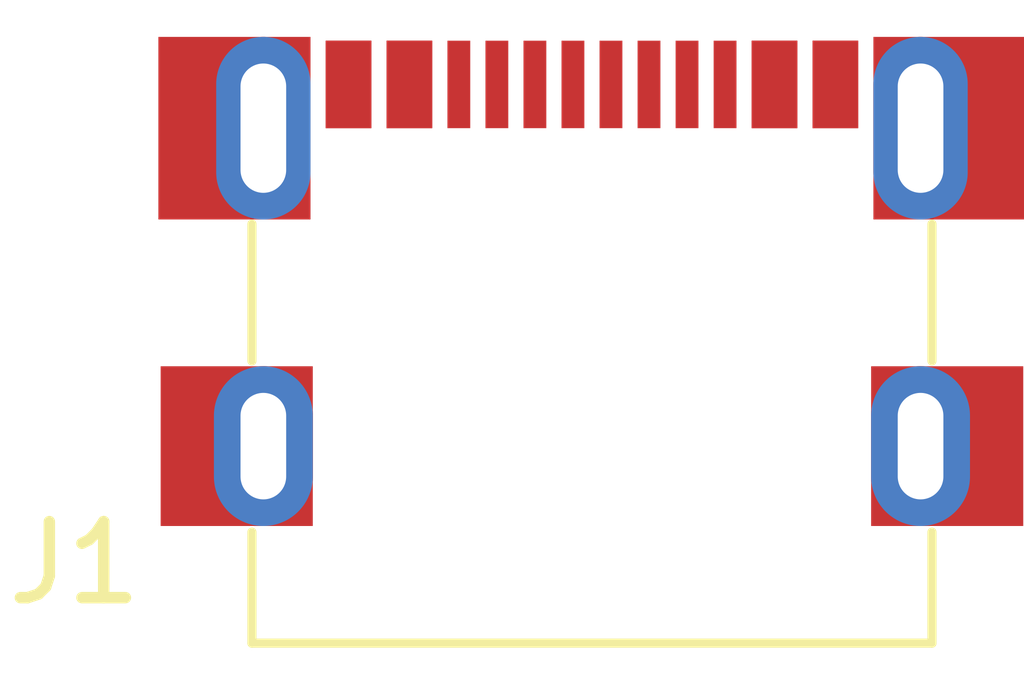
<source format=kicad_pcb>
(kicad_pcb (version 20240108) (generator "pcbnew") (generator_version "8.0")
  (layers (0 "F.Cu" signal) (31 "B.Cu" signal) (34 "B.Paste" user) (35 "F.Paste" user) (36 "B.SilkS" user "B.Silkscreen") (37 "F.SilkS" user "F.Silkscreen") (38 "B.Mask" user) (39 "F.Mask" user) (44 "Edge.Cuts" user))
  (net 0 "")
  (footprint "SamacSys_Parts:629722000214" (layer "F.Cu") (at 58.04 80.330001)
    (property "Reference" "J1" (at -6.8 3.787156 0) (layer "F.SilkS"))
    (property "Value" "629722000214" (hide yes))
    (fp_line (start -4.47 -0.67) (end -4.47 1.13) (stroke (width 0.12)) (layer "F.SilkS"))
    (fp_line (start -4.47 4.84) (end -4.47 3.38) (stroke (width 0.12)) (layer "F.SilkS"))
    (fp_line (start 4.47 -0.67) (end 4.47 1.13) (stroke (width 0.12)) (layer "F.SilkS"))
    (fp_line (start 4.47 4.84) (end -4.47 4.84) (stroke (width 0.12)) (layer "F.SilkS"))
    (fp_line (start 4.47 4.84) (end 4.47 3.38) (stroke (width 0.12)) (layer "F.SilkS"))
    (pad "" np_thru_hole circle (at -2.89 -1.430001 180) (size 0.65 0.65) (drill 0.65) (layers "F&B.Cu" "*.Mask"))
    (pad "" np_thru_hole circle (at 2.89 -1.430001 180) (size 0.65 0.65) (drill 0.65) (layers "F&B.Cu" "*.Mask"))
    (pad "A1" smd rect (at -3.2 -2.505) (size 0.6 1.15) (layers "F.Cu" "F.Paste" "F.Mask"))
    (pad "A4" smd rect (at -2.4 -2.505) (size 0.6 1.15) (layers "F.Cu" "F.Paste" "F.Mask"))
    (pad "A5" smd rect (at -1.25 -2.504999 180) (size 0.3 1.15) (layers "F.Cu" "F.Paste" "F.Mask"))
    (pad "A6" smd rect (at -0.25 -2.505 180) (size 0.3 1.15) (layers "F.Cu" "F.Paste" "F.Mask"))
    (pad "A7" smd rect (at 0.25 -2.505 180) (size 0.3 1.15) (layers "F.Cu" "F.Paste" "F.Mask"))
    (pad "A8" smd rect (at 1.25 -2.504999 180) (size 0.3 1.15) (layers "F.Cu" "F.Paste" "F.Mask"))
    (pad "A9" smd rect (at 2.4 -2.505) (size 0.6 1.15) (layers "F.Cu" "F.Paste" "F.Mask"))
    (pad "A12" smd rect (at 3.2 -2.505) (size 0.6 1.15) (layers "F.Cu" "F.Paste" "F.Mask"))
    (pad "B1" smd rect (at 3.2 -2.505) (size 0.6 1.15) (layers "F.Cu" "F.Paste" "F.Mask"))
    (pad "B4" smd rect (at 2.4 -2.505) (size 0.6 1.15) (layers "F.Cu" "F.Paste" "F.Mask"))
    (pad "B5" smd rect (at 1.75 -2.505 180) (size 0.3 1.15) (layers "F.Cu" "F.Paste" "F.Mask"))
    (pad "B6" smd rect (at 0.75 -2.505 180) (size 0.3 1.15) (layers "F.Cu" "F.Paste" "F.Mask"))
    (pad "B7" smd rect (at -0.75 -2.505 180) (size 0.3 1.15) (layers "F.Cu" "F.Paste" "F.Mask"))
    (pad "B8" smd rect (at -1.75 -2.505 180) (size 0.3 1.15) (layers "F.Cu" "F.Paste" "F.Mask"))
    (pad "B9" smd rect (at -2.4 -2.505) (size 0.6 1.15) (layers "F.Cu" "F.Paste" "F.Mask"))
    (pad "B12" smd rect (at -3.2 -2.505) (size 0.6 1.15) (layers "F.Cu" "F.Paste" "F.Mask"))
    (pad "S1" smd rect (at -4.699999 -1.93) (size 2 2.4) (layers "F.Cu" "F.Paste" "F.Mask"))
    (pad "S1" smd rect (at -4.67 2.25) (size 2 2.1) (layers "F.Cu" "F.Paste" "F.Mask"))
    (pad "S1" thru_hole oval (at -4.32 -1.93) (size 1.24 2.4) (drill oval 0.6 1.7) (layers "*.Cu" "*.Mask" "F.Paste"))
    (pad "S1" thru_hole oval (at -4.32 2.25) (size 1.3 2.1) (drill oval 0.6 1.4) (layers "*.Cu" "*.Mask" "F.Paste"))
    (pad "S1" thru_hole oval (at 4.32 -1.93) (size 1.24 2.4) (drill oval 0.6 1.7) (layers "*.Cu" "*.Mask" "F.Paste"))
    (pad "S1" thru_hole oval (at 4.32 2.25) (size 1.3 2.1) (drill oval 0.6 1.4) (layers "*.Cu" "*.Mask" "F.Paste"))
    (pad "S1" smd rect (at 4.67 2.25) (size 2 2.1) (layers "F.Cu" "F.Paste" "F.Mask"))
    (pad "S1" smd rect (at 4.699999 -1.93) (size 2 2.4) (layers "F.Cu" "F.Paste" "F.Mask"))
  )
)
</source>
